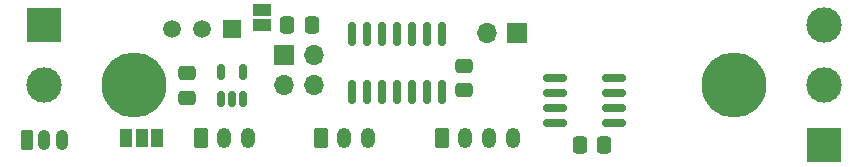
<source format=gbr>
%TF.GenerationSoftware,KiCad,Pcbnew,7.0.6*%
%TF.CreationDate,2023-08-24T15:39:13-04:00*%
%TF.ProjectId,miniald,6d696e69-616c-4642-9e6b-696361645f70,rev?*%
%TF.SameCoordinates,Original*%
%TF.FileFunction,Soldermask,Top*%
%TF.FilePolarity,Negative*%
%FSLAX46Y46*%
G04 Gerber Fmt 4.6, Leading zero omitted, Abs format (unit mm)*
G04 Created by KiCad (PCBNEW 7.0.6) date 2023-08-24 15:39:13*
%MOMM*%
%LPD*%
G01*
G04 APERTURE LIST*
G04 Aperture macros list*
%AMRoundRect*
0 Rectangle with rounded corners*
0 $1 Rounding radius*
0 $2 $3 $4 $5 $6 $7 $8 $9 X,Y pos of 4 corners*
0 Add a 4 corners polygon primitive as box body*
4,1,4,$2,$3,$4,$5,$6,$7,$8,$9,$2,$3,0*
0 Add four circle primitives for the rounded corners*
1,1,$1+$1,$2,$3*
1,1,$1+$1,$4,$5*
1,1,$1+$1,$6,$7*
1,1,$1+$1,$8,$9*
0 Add four rect primitives between the rounded corners*
20,1,$1+$1,$2,$3,$4,$5,0*
20,1,$1+$1,$4,$5,$6,$7,0*
20,1,$1+$1,$6,$7,$8,$9,0*
20,1,$1+$1,$8,$9,$2,$3,0*%
G04 Aperture macros list end*
%ADD10RoundRect,0.250000X-0.475000X0.337500X-0.475000X-0.337500X0.475000X-0.337500X0.475000X0.337500X0*%
%ADD11R,1.500000X1.500000*%
%ADD12C,1.500000*%
%ADD13RoundRect,0.250000X-0.350000X-0.625000X0.350000X-0.625000X0.350000X0.625000X-0.350000X0.625000X0*%
%ADD14O,1.200000X1.750000*%
%ADD15R,1.000000X1.500000*%
%ADD16C,5.500000*%
%ADD17RoundRect,0.250000X-0.337500X-0.475000X0.337500X-0.475000X0.337500X0.475000X-0.337500X0.475000X0*%
%ADD18R,3.000000X3.000000*%
%ADD19C,3.000000*%
%ADD20RoundRect,0.150000X0.150000X-0.512500X0.150000X0.512500X-0.150000X0.512500X-0.150000X-0.512500X0*%
%ADD21RoundRect,0.250000X-0.265000X-0.615000X0.265000X-0.615000X0.265000X0.615000X-0.265000X0.615000X0*%
%ADD22O,1.030000X1.730000*%
%ADD23RoundRect,0.150000X-0.150000X0.825000X-0.150000X-0.825000X0.150000X-0.825000X0.150000X0.825000X0*%
%ADD24RoundRect,0.150000X-0.825000X-0.150000X0.825000X-0.150000X0.825000X0.150000X-0.825000X0.150000X0*%
%ADD25RoundRect,0.250000X0.337500X0.475000X-0.337500X0.475000X-0.337500X-0.475000X0.337500X-0.475000X0*%
%ADD26R,1.700000X1.700000*%
%ADD27O,1.700000X1.700000*%
%ADD28R,1.500000X1.000000*%
G04 APERTURE END LIST*
D10*
%TO.C,C4*%
X116845000Y-56747500D03*
X116845000Y-58822500D03*
%TD*%
D11*
%TO.C,U4*%
X97155000Y-53615000D03*
D12*
X94615000Y-53615000D03*
X92075000Y-53615000D03*
%TD*%
D13*
%TO.C,J5*%
X104680000Y-62865000D03*
D14*
X106680000Y-62865000D03*
X108680000Y-62865000D03*
%TD*%
D15*
%TO.C,JP2*%
X90835000Y-62865000D03*
X89535000Y-62865000D03*
X88235000Y-62865000D03*
%TD*%
D16*
%TO.C,H1*%
X139700000Y-58420000D03*
%TD*%
D17*
%TO.C,C2*%
X101832500Y-53340000D03*
X103907500Y-53340000D03*
%TD*%
D18*
%TO.C,J2*%
X147320000Y-63500000D03*
D19*
X147320000Y-58420000D03*
X147320000Y-53340000D03*
%TD*%
D20*
%TO.C,U1*%
X96205000Y-59557500D03*
X97155000Y-59557500D03*
X98105000Y-59557500D03*
X98105000Y-57282500D03*
X96205000Y-57282500D03*
%TD*%
D18*
%TO.C,J1*%
X81280000Y-53340000D03*
D19*
X81280000Y-58420000D03*
%TD*%
D21*
%TO.C,J3*%
X79780000Y-63050000D03*
D22*
X81280000Y-63050000D03*
X82780000Y-63050000D03*
%TD*%
D13*
%TO.C,J6*%
X114935000Y-62865000D03*
D14*
X116935000Y-62865000D03*
X118935000Y-62865000D03*
X120935000Y-62865000D03*
%TD*%
D13*
%TO.C,J4*%
X94520000Y-62865000D03*
D14*
X96520000Y-62865000D03*
X98520000Y-62865000D03*
%TD*%
D16*
%TO.C,H2*%
X88900000Y-58420000D03*
%TD*%
D23*
%TO.C,U2*%
X114935000Y-54040000D03*
X113665000Y-54040000D03*
X112395000Y-54040000D03*
X111125000Y-54040000D03*
X109855000Y-54040000D03*
X108585000Y-54040000D03*
X107315000Y-54040000D03*
X107315000Y-58990000D03*
X108585000Y-58990000D03*
X109855000Y-58990000D03*
X111125000Y-58990000D03*
X112395000Y-58990000D03*
X113665000Y-58990000D03*
X114935000Y-58990000D03*
%TD*%
D24*
%TO.C,U3*%
X124525000Y-57785000D03*
X124525000Y-59055000D03*
X124525000Y-60325000D03*
X124525000Y-61595000D03*
X129475000Y-61595000D03*
X129475000Y-60325000D03*
X129475000Y-59055000D03*
X129475000Y-57785000D03*
%TD*%
D10*
%TO.C,C5*%
X93345000Y-57382500D03*
X93345000Y-59457500D03*
%TD*%
D25*
%TO.C,C1*%
X128672500Y-63500000D03*
X126597500Y-63500000D03*
%TD*%
D26*
%TO.C,R1*%
X121285000Y-53975000D03*
D27*
X118745000Y-53975000D03*
%TD*%
D28*
%TO.C,JP1*%
X99695000Y-52055000D03*
X99695000Y-53355000D03*
%TD*%
D26*
%TO.C,J7*%
X101600000Y-55880000D03*
D27*
X104140000Y-55880000D03*
X101600000Y-58420000D03*
X104140000Y-58420000D03*
%TD*%
M02*

</source>
